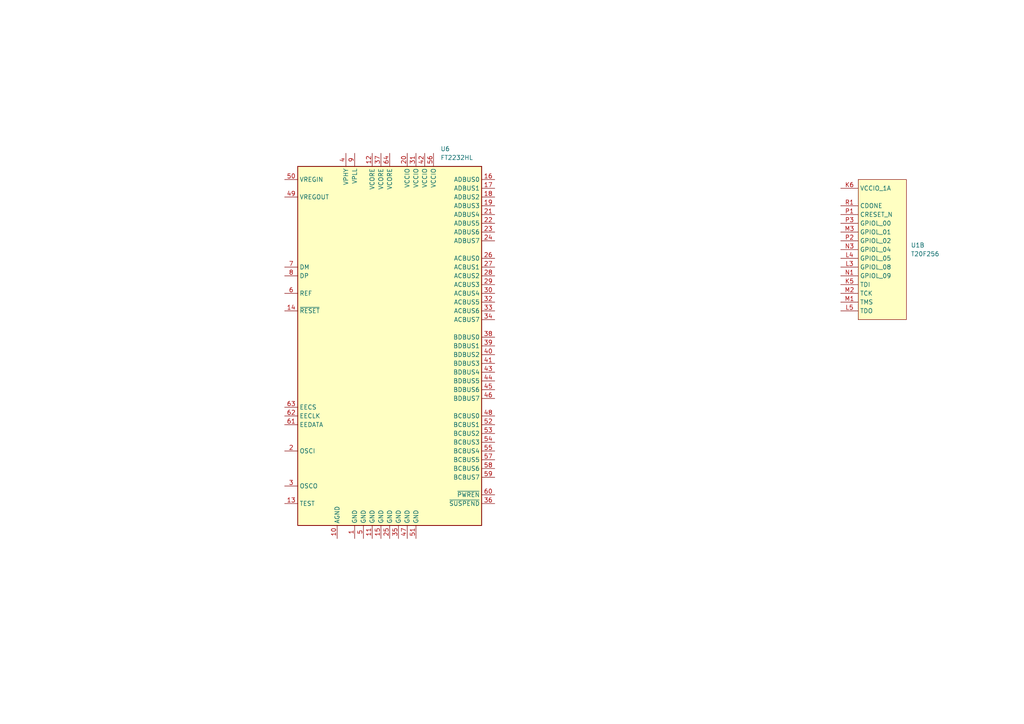
<source format=kicad_sch>
(kicad_sch (version 20211123) (generator eeschema)
  (paper "A4")
  (lib_symbols
    (symbol "IC:T20F256"
      (property "Reference" "U" (at -5.08 1.27 0))
      (property "Value" "T20F256" (at -5.08 1.27 0))
      (symbol "T20F256_1_1"
        (rectangle (start -6.35 -2.54) (end 6.35 -21.59) (fill (type background)))
        (pin power_in line (at -11.43 -19.05 0) (length 5.08) (name "GND") (number "A1"))
        (pin power_in line (at -11.43 -19.05 0) (length 5.08) hide (name "GND") (number "A12"))
        (pin power_in line (at -11.43 -19.05 0) (length 5.08) hide (name "GND") (number "A16"))
        (pin power_in line (at -11.43 -19.05 0) (length 5.08) hide (name "GND") (number "A5"))
        (pin power_in line (at -11.43 -19.05 0) (length 5.08) hide (name "GND") (number "D15"))
        (pin power_in line (at -11.43 -19.05 0) (length 5.08) hide (name "GND") (number "D2"))
        (pin power_in line (at -11.43 -15.24 0) (length 5.08) hide (name "VCC") (number "E9"))
        (pin power_in line (at -11.43 -5.08 0) (length 5.08) (name "VCCA_TL") (number "F7"))
        (pin power_in line (at -11.43 -15.24 0) (length 5.08) hide (name "VCC") (number "F8"))
        (pin power_in line (at -11.43 -15.24 0) (length 5.08) hide (name "VCC") (number "F9"))
        (pin power_in line (at -11.43 -19.05 0) (length 5.08) hide (name "GND") (number "G10"))
        (pin power_in line (at -11.43 -7.62 0) (length 5.08) (name "VCCA_TR") (number "G11"))
        (pin power_in line (at -11.43 -19.05 0) (length 5.08) hide (name "GND") (number "G7"))
        (pin power_in line (at -11.43 -19.05 0) (length 5.08) hide (name "GND") (number "G8"))
        (pin power_in line (at -11.43 -19.05 0) (length 5.08) hide (name "GND") (number "G9"))
        (pin power_in line (at -11.43 -19.05 0) (length 5.08) hide (name "GND") (number "H10"))
        (pin power_in line (at -11.43 -19.05 0) (length 5.08) hide (name "GND") (number "H11"))
        (pin power_in line (at -11.43 -19.05 0) (length 5.08) hide (name "GND") (number "H8"))
        (pin power_in line (at -11.43 -19.05 0) (length 5.08) hide (name "GND") (number "H9"))
        (pin power_in line (at -11.43 -19.05 0) (length 5.08) hide (name "GND") (number "J1"))
        (pin power_in line (at -11.43 -19.05 0) (length 5.08) hide (name "GND") (number "J16"))
        (pin power_in line (at -11.43 -15.24 0) (length 5.08) (name "VCC") (number "J6"))
        (pin power_in line (at -11.43 -15.24 0) (length 5.08) hide (name "VCC") (number "J7"))
        (pin power_in line (at -11.43 -19.05 0) (length 5.08) hide (name "GND") (number "J8"))
        (pin power_in line (at -11.43 -19.05 0) (length 5.08) hide (name "GND") (number "J9"))
        (pin power_in line (at -11.43 -19.05 0) (length 5.08) hide (name "GND") (number "K10"))
        (pin power_in line (at -11.43 -10.16 0) (length 5.08) (name "VCCA_BR") (number "K11"))
        (pin power_in line (at -11.43 -19.05 0) (length 5.08) hide (name "GND") (number "K7"))
        (pin power_in line (at -11.43 -19.05 0) (length 5.08) hide (name "GND") (number "K8"))
        (pin power_in line (at -11.43 -15.24 0) (length 5.08) hide (name "VCC") (number "K9"))
        (pin power_in line (at -11.43 -19.05 0) (length 5.08) hide (name "GND") (number "L8"))
        (pin power_in line (at -11.43 -19.05 0) (length 5.08) hide (name "GND") (number "L9"))
        (pin power_in line (at -11.43 -19.05 0) (length 5.08) hide (name "GND") (number "N15"))
        (pin power_in line (at -11.43 -19.05 0) (length 5.08) hide (name "GND") (number "N2"))
        (pin power_in line (at -11.43 -19.05 0) (length 5.08) hide (name "GND") (number "R10"))
        (pin power_in line (at -11.43 -19.05 0) (length 5.08) hide (name "GND") (number "R7"))
        (pin power_in line (at -11.43 -19.05 0) (length 5.08) hide (name "GND") (number "T1"))
        (pin power_in line (at -11.43 -19.05 0) (length 5.08) hide (name "GND") (number "T13"))
        (pin power_in line (at -11.43 -19.05 0) (length 5.08) hide (name "GND") (number "T16"))
        (pin power_in line (at -11.43 -19.05 0) (length 5.08) hide (name "GND") (number "T4"))
      )
      (symbol "T20F256_2_1"
        (rectangle (start -6.35 -1.27) (end 7.62 -41.91) (fill (type background)))
        (pin input line (at -11.43 -31.75 0) (length 5.08) (name "TDI") (number "K5"))
        (pin power_in line (at -11.43 -3.81 0) (length 5.08) (name "VCCIO_1A") (number "K6"))
        (pin bidirectional line (at -11.43 -26.67 0) (length 5.08) (name "GPIOL_08") (number "L3"))
        (pin bidirectional line (at -11.43 -24.13 0) (length 5.08) (name "GPIOL_05") (number "L4"))
        (pin output line (at -11.43 -39.37 0) (length 5.08) (name "TDO") (number "L5"))
        (pin input line (at -11.43 -36.83 0) (length 5.08) (name "TMS") (number "M1"))
        (pin input line (at -11.43 -34.29 0) (length 5.08) (name "TCK") (number "M2"))
        (pin bidirectional line (at -11.43 -16.51 0) (length 5.08) (name "GPIOL_01") (number "M3"))
        (pin bidirectional line (at -11.43 -29.21 0) (length 5.08) (name "GPIOL_09") (number "N1"))
        (pin bidirectional line (at -11.43 -21.59 0) (length 5.08) (name "GPIOL_04") (number "N3"))
        (pin input line (at -11.43 -11.43 0) (length 5.08) (name "CRESET_N") (number "P1"))
        (pin bidirectional line (at -11.43 -19.05 0) (length 5.08) (name "GPIOL_02") (number "P2"))
        (pin bidirectional line (at -11.43 -13.97 0) (length 5.08) (name "GPIOL_00") (number "P3"))
        (pin bidirectional line (at -11.43 -8.89 0) (length 5.08) (name "CDONE") (number "R1"))
      )
      (symbol "T20F256_3_1"
        (rectangle (start -7.62 -8.89) (end 6.35 -99.06) (fill (type background)))
        (pin bidirectional line (at -12.7 -73.66 0) (length 5.08) (name "GPIOL_33") (number "C1"))
        (pin bidirectional line (at -12.7 -91.44 0) (length 5.08) (name "GPIOL_41") (number "C2"))
        (pin bidirectional line (at -12.7 -81.28 0) (length 5.08) (name "GPIOL_36") (number "D1"))
        (pin bidirectional line (at -12.7 -83.82 0) (length 5.08) (name "GPIOL_37") (number "E1"))
        (pin bidirectional line (at -12.7 -76.2 0) (length 5.08) (name "GPIOL_34") (number "E2"))
        (pin bidirectional line (at -12.7 -86.36 0) (length 5.08) (name "GPIOL_39") (number "E3"))
        (pin bidirectional line (at -12.7 -66.04 0) (length 5.08) (name "GPIOL_30") (number "F1"))
        (pin bidirectional line (at -12.7 -71.12 0) (length 5.08) (name "GPIOL_32") (number "F2"))
        (pin bidirectional line (at -12.7 -78.74 0) (length 5.08) (name "GPIOL_35") (number "F3"))
        (pin bidirectional line (at -12.7 -96.52 0) (length 5.08) (name "GPIOL_43") (number "F4"))
        (pin bidirectional line (at -12.7 -88.9 0) (length 5.08) (name "GPIOL_40") (number "F5"))
        (pin bidirectional line (at -12.7 -68.58 0) (length 5.08) (name "GPIOL_31") (number "G1"))
        (pin bidirectional line (at -12.7 -63.5 0) (length 5.08) (name "GPIOL_29") (number "G2"))
        (pin bidirectional line (at -12.7 -58.42 0) (length 5.08) (name "GPIOL_27") (number "G3"))
        (pin bidirectional line (at -12.7 -93.98 0) (length 5.08) (name "GPIOL_42") (number "G4"))
        (pin bidirectional line (at -12.7 -60.96 0) (length 5.08) (name "GPIOL_28") (number "G5"))
        (pin bidirectional line (at -12.7 -45.72 0) (length 5.08) (name "GPIOL_22") (number "H1"))
        (pin bidirectional line (at -12.7 -53.34 0) (length 5.08) (name "GPIOL_25") (number "H2"))
        (pin bidirectional line (at -12.7 -50.8 0) (length 5.08) (name "GPIOL_24") (number "H3"))
        (pin bidirectional line (at -12.7 -55.88 0) (length 5.08) (name "GPIOL_26") (number "H4"))
        (pin bidirectional line (at -12.7 -43.18 0) (length 5.08) (name "GPIOL_21") (number "H5"))
        (pin power_in line (at -12.7 -13.97 0) (length 5.08) (name "VCCIO_1B_1C") (number "H6"))
        (pin power_in line (at -12.7 -11.43 0) (length 5.08) (name "VCCIO_1B_1C") (number "H7"))
        (pin bidirectional line (at -12.7 -40.64 0) (length 5.08) (name "GPIOL_20") (number "J2"))
        (pin bidirectional line (at -12.7 -33.02 0) (length 5.08) (name "GPIOL_16") (number "J3"))
        (pin bidirectional line (at -12.7 -27.94 0) (length 5.08) (name "GPIOL_14") (number "J4"))
        (pin bidirectional line (at -12.7 -20.32 0) (length 5.08) (name "GPIOL_11") (number "J5"))
        (pin bidirectional line (at -12.7 -35.56 0) (length 5.08) (name "GPIOL_18") (number "K1"))
        (pin bidirectional line (at -12.7 -38.1 0) (length 5.08) (name "GPIOL_19") (number "K2"))
        (pin bidirectional line (at -12.7 -30.48 0) (length 5.08) (name "GPIOL_15") (number "K3"))
        (pin bidirectional line (at -12.7 -22.86 0) (length 5.08) (name "GPIOL_12") (number "K4"))
        (pin bidirectional line (at -12.7 -48.26 0) (length 5.08) (name "GPIOL_23") (number "L1"))
        (pin bidirectional line (at -12.7 -25.4 0) (length 5.08) (name "GPIOL_13") (number "L2"))
      )
      (symbol "T20F256_4_1"
        (rectangle (start -2.54 -1.27) (end 15.24 -92.71) (fill (type background)))
        (pin bidirectional line (at -7.62 -26.67 0) (length 5.08) (name "GPIOL_50") (number "A2"))
        (pin bidirectional line (at -7.62 -44.45 0) (length 5.08) (name "GPIOL_57") (number "A3"))
        (pin bidirectional line (at -7.62 -49.53 0) (length 5.08) (name "GPIOL_59") (number "A4"))
        (pin bidirectional line (at -7.62 -64.77 0) (length 5.08) (name "GPIOL_65") (number "A6"))
        (pin bidirectional line (at -7.62 -57.15 0) (length 5.08) (name "GPIOL_62") (number "A7"))
        (pin bidirectional line (at -7.62 -67.31 0) (length 5.08) (name "GPIOL_66") (number "A8"))
        (pin bidirectional line (at -7.62 -11.43 0) (length 5.08) (name "GPIOL_44") (number "B1"))
        (pin bidirectional line (at -7.62 -13.97 0) (length 5.08) (name "GPIOL_45") (number "B2"))
        (pin bidirectional line (at -7.62 -31.75 0) (length 5.08) (name "GPIOL_52") (number "B3"))
        (pin bidirectional line (at -7.62 -34.29 0) (length 5.08) (name "GPIOL_53") (number "B4"))
        (pin bidirectional line (at -7.62 -54.61 0) (length 5.08) (name "GPIOL_61") (number "B5"))
        (pin bidirectional line (at -7.62 -62.23 0) (length 5.08) (name "GPIOL_64") (number "B6"))
        (pin bidirectional line (at -7.62 -59.69 0) (length 5.08) (name "GPIOL_63") (number "B7"))
        (pin bidirectional line (at -7.62 -80.01 0) (length 5.08) (name "GPIOL_71") (number "B8"))
        (pin bidirectional line (at -7.62 -21.59 0) (length 5.08) (name "GPIOL_48") (number "C3"))
        (pin bidirectional line (at -7.62 -29.21 0) (length 5.08) (name "GPIOL_51") (number "C4"))
        (pin bidirectional line (at -7.62 -69.85 0) (length 5.08) (name "GPIOL_67") (number "C5"))
        (pin bidirectional line (at -7.62 -46.99 0) (length 5.08) (name "GPIOL_58") (number "C6"))
        (pin bidirectional line (at -7.62 -77.47 0) (length 5.08) (name "GPIOL_70") (number "C7"))
        (pin bidirectional line (at -7.62 -82.55 0) (length 5.08) (name "GPIOL_72") (number "C8"))
        (pin bidirectional line (at -7.62 -16.51 0) (length 5.08) (name "GPIOL_46") (number "D3"))
        (pin bidirectional line (at -7.62 -19.05 0) (length 5.08) (name "GPIOL_47") (number "D4"))
        (pin bidirectional line (at -7.62 -24.13 0) (length 5.08) (name "GPIOL_49") (number "D5"))
        (pin bidirectional line (at -7.62 -36.83 0) (length 5.08) (name "GPIOL_54") (number "D6"))
        (pin bidirectional line (at -7.62 -74.93 0) (length 5.08) (name "GPIOL_69") (number "D7"))
        (pin bidirectional line (at -7.62 -85.09 0) (length 5.08) (name "GPIOL_73") (number "D8"))
        (pin bidirectional line (at -7.62 -87.63 0) (length 5.08) (name "GPIOL_74") (number "D9"))
        (pin bidirectional line (at -7.62 -39.37 0) (length 5.08) (name "GPIOL_55") (number "E4"))
        (pin bidirectional line (at -7.62 -52.07 0) (length 5.08) (name "GPIOL_60") (number "E5"))
        (pin bidirectional line (at -7.62 -41.91 0) (length 5.08) (name "GPIOL_56") (number "E6"))
        (pin bidirectional line (at -7.62 -72.39 0) (length 5.08) (name "GPIOL_68") (number "E7"))
        (pin bidirectional line (at -7.62 -90.17 0) (length 5.08) (name "GPIOL_75") (number "E8"))
        (pin power_in line (at -7.62 -3.81 0) (length 5.08) (name "VCCIO_1D_1E") (number "F6"))
        (pin power_in line (at -7.62 -6.35 0) (length 5.08) (name "VCCIO_1D_1E") (number "G6"))
      )
      (symbol "T20F256_5_1"
        (rectangle (start -3.81 -1.27) (end 13.97 -118.11) (fill (type background)))
        (pin bidirectional line (at -8.89 -21.59 0) (length 5.08) (name "GPIOR_79") (number "A10"))
        (pin bidirectional line (at -8.89 -34.29 0) (length 5.08) (name "GPIOR_84") (number "A11"))
        (pin bidirectional line (at -8.89 -62.23 0) (length 5.08) (name "GPIOR_95") (number "A13"))
        (pin bidirectional line (at -8.89 -49.53 0) (length 5.08) (name "GPIOR_90") (number "A14"))
        (pin bidirectional line (at -8.89 -59.69 0) (length 5.08) (name "GPIOR_94") (number "A15"))
        (pin bidirectional line (at -8.89 -19.05 0) (length 5.08) (name "GPIOR_78") (number "A9"))
        (pin bidirectional line (at -8.89 -29.21 0) (length 5.08) (name "GPIOR_82") (number "B10"))
        (pin bidirectional line (at -8.89 -31.75 0) (length 5.08) (name "GPIOR_83") (number "B11"))
        (pin bidirectional line (at -8.89 -57.15 0) (length 5.08) (name "GPIOR_93") (number "B12"))
        (pin bidirectional line (at -8.89 -64.77 0) (length 5.08) (name "GPIOR_97") (number "B13"))
        (pin bidirectional line (at -8.89 -54.61 0) (length 5.08) (name "GPIOR_92") (number "B14"))
        (pin bidirectional line (at -8.89 -67.31 0) (length 5.08) (name "GPIOR_98") (number "B15"))
        (pin bidirectional line (at -8.89 -82.55 0) (length 5.08) (name "GPIOR_106") (number "B16"))
        (pin bidirectional line (at -8.89 -24.13 0) (length 5.08) (name "GPIOR_80") (number "B9"))
        (pin bidirectional line (at -8.89 -26.67 0) (length 5.08) (name "GPIOR_81") (number "C10"))
        (pin bidirectional line (at -8.89 -39.37 0) (length 5.08) (name "GPIOR_86") (number "C11"))
        (pin bidirectional line (at -8.89 -36.83 0) (length 5.08) (name "GPIOR_85") (number "C12"))
        (pin bidirectional line (at -8.89 -69.85 0) (length 5.08) (name "GPIOR_99") (number "C13"))
        (pin bidirectional line (at -8.89 -72.39 0) (length 5.08) (name "GPIOR_102") (number "C14"))
        (pin bidirectional line (at -8.89 -92.71 0) (length 5.08) (name "GPIOR_112") (number "C15"))
        (pin bidirectional line (at -8.89 -85.09 0) (length 5.08) (name "GPIOR_108") (number "C16"))
        (pin bidirectional line (at -8.89 -13.97 0) (length 5.08) (name "GPIOR_76") (number "C9"))
        (pin bidirectional line (at -8.89 -16.51 0) (length 5.08) (name "GPIOR_77") (number "D10"))
        (pin bidirectional line (at -8.89 -41.91 0) (length 5.08) (name "GPIOR_87") (number "D11"))
        (pin bidirectional line (at -8.89 -46.99 0) (length 5.08) (name "GPIOR_89") (number "D12"))
        (pin bidirectional line (at -8.89 -74.93 0) (length 5.08) (name "GPIOR_103") (number "D13"))
        (pin bidirectional line (at -8.89 -77.47 0) (length 5.08) (name "GPIOR_104") (number "D14"))
        (pin bidirectional line (at -8.89 -97.79 0) (length 5.08) (name "GPIOR_116") (number "D16"))
        (pin power_in line (at -8.89 -3.81 0) (length 5.08) (name "VCCIO_3A_3B_3C") (number "E10"))
        (pin bidirectional line (at -8.89 -44.45 0) (length 5.08) (name "GPIOR_88") (number "E11"))
        (pin bidirectional line (at -8.89 -52.07 0) (length 5.08) (name "GPIOR_91") (number "E12"))
        (pin bidirectional line (at -8.89 -80.01 0) (length 5.08) (name "GPIOR_105") (number "E13"))
        (pin bidirectional line (at -8.89 -87.63 0) (length 5.08) (name "GPIOR_110") (number "E14"))
        (pin bidirectional line (at -8.89 -107.95 0) (length 5.08) (name "GPIOR_120") (number "E15"))
        (pin bidirectional line (at -8.89 -105.41 0) (length 5.08) (name "GPIOR_119") (number "E16"))
        (pin power_in line (at -8.89 -6.35 0) (length 5.08) (name "VCCIO_3A_3B_3C") (number "F10"))
        (pin power_in line (at -8.89 -8.89 0) (length 5.08) (name "VCCIO_3A_3B_3C") (number "F11"))
        (pin bidirectional line (at -8.89 -90.17 0) (length 5.08) (name "GPIOR_111") (number "F12"))
        (pin bidirectional line (at -8.89 -95.25 0) (length 5.08) (name "GPIOR_113") (number "F13"))
        (pin bidirectional line (at -8.89 -102.87 0) (length 5.08) (name "GPIOR_118") (number "F14"))
        (pin bidirectional line (at -8.89 -113.03 0) (length 5.08) (name "GPIOR_122") (number "F15"))
        (pin bidirectional line (at -8.89 -115.57 0) (length 5.08) (name "GPIOR_123") (number "F16"))
        (pin bidirectional line (at -8.89 -110.49 0) (length 5.08) (name "GPIOR_121") (number "G12"))
        (pin bidirectional line (at -8.89 -100.33 0) (length 5.08) (name "GPIOR_117") (number "G13"))
      )
      (symbol "T20F256_6_1"
        (rectangle (start -7.62 -88.9) (end 10.16 -2.54) (fill (type background)))
        (pin bidirectional line (at -12.7 -20.32 0) (length 5.08) (name "GPIOR_127") (number "G14"))
        (pin bidirectional line (at -12.7 -12.7 0) (length 5.08) (name "GPIOR_124") (number "G15"))
        (pin bidirectional line (at -12.7 -17.78 0) (length 5.08) (name "GPIOR_126") (number "G16"))
        (pin bidirectional line (at -12.7 -45.72 0) (length 5.08) (name "GPIOR_139") (number "H12"))
        (pin bidirectional line (at -12.7 -15.24 0) (length 5.08) (name "GPIOR_125") (number "H13"))
        (pin bidirectional line (at -12.7 -22.86 0) (length 5.08) (name "GPIOR_128") (number "H14"))
        (pin bidirectional line (at -12.7 -25.4 0) (length 5.08) (name "GPIOR_129") (number "H15"))
        (pin bidirectional line (at -12.7 -27.94 0) (length 5.08) (name "GPIOR_130") (number "H16"))
        (pin power_in line (at -12.7 -5.08 0) (length 5.08) (name "VCCIO_3D_3E") (number "J10"))
        (pin power_in line (at -12.7 -7.62 0) (length 5.08) (name "VCCIO_3D_3E") (number "J11"))
        (pin bidirectional line (at -12.7 -48.26 0) (length 5.08) (name "GPIOR_141") (number "J12"))
        (pin bidirectional line (at -12.7 -35.56 0) (length 5.08) (name "GPIOR_133") (number "J13"))
        (pin bidirectional line (at -12.7 -38.1 0) (length 5.08) (name "GPIOR_135") (number "J14"))
        (pin bidirectional line (at -12.7 -30.48 0) (length 5.08) (name "GPIOR_131") (number "J15"))
        (pin bidirectional line (at -12.7 -63.5 0) (length 5.08) (name "GPIOR_148") (number "K12"))
        (pin bidirectional line (at -12.7 -71.12 0) (length 5.08) (name "GPIOR_151") (number "K13"))
        (pin bidirectional line (at -12.7 -43.18 0) (length 5.08) (name "GPIOR_138") (number "K14"))
        (pin bidirectional line (at -12.7 -40.64 0) (length 5.08) (name "GPIOR_136") (number "K15"))
        (pin bidirectional line (at -12.7 -33.02 0) (length 5.08) (name "GPIOR_132") (number "K16"))
        (pin bidirectional line (at -12.7 -86.36 0) (length 5.08) (name "GPIOR_158") (number "L12"))
        (pin bidirectional line (at -12.7 -83.82 0) (length 5.08) (name "GPIOR_157") (number "L13"))
        (pin bidirectional line (at -12.7 -68.58 0) (length 5.08) (name "GPIOR_150") (number "L14"))
        (pin bidirectional line (at -12.7 -60.96 0) (length 5.08) (name "GPIOR_147") (number "L15"))
        (pin bidirectional line (at -12.7 -50.8 0) (length 5.08) (name "GPIOR_143") (number "L16"))
        (pin bidirectional line (at -12.7 -81.28 0) (length 5.08) (name "GPIOR_156") (number "M14"))
        (pin bidirectional line (at -12.7 -53.34 0) (length 5.08) (name "GPIOR_144") (number "M15"))
        (pin bidirectional line (at -12.7 -55.88 0) (length 5.08) (name "GPIOR_145") (number "M16"))
        (pin bidirectional line (at -12.7 -73.66 0) (length 5.08) (name "GPIOR_153") (number "N14"))
        (pin bidirectional line (at -12.7 -76.2 0) (length 5.08) (name "GPIOR_154") (number "N16"))
        (pin bidirectional line (at -12.7 -78.74 0) (length 5.08) (name "GPIOR_155") (number "P15"))
        (pin bidirectional line (at -12.7 -58.42 0) (length 5.08) (name "GPIOR_146") (number "P16"))
        (pin bidirectional line (at -12.7 -66.04 0) (length 5.08) (name "GPIOR_149") (number "R16"))
      )
      (symbol "T20F256_7_1"
        (rectangle (start -7.62 -2.54) (end 10.16 -83.82) (fill (type background)))
        (pin power_in line (at -12.7 -7.62 0) (length 5.08) (name "VCCIO_4A") (number "L10"))
        (pin power_in line (at -12.7 -5.08 0) (length 5.08) (name "VCCIO_4A") (number "L11"))
        (pin bidirectional line (at -12.7 -55.88 0) (length 5.08) (name "GPIOB_RXP05") (number "M10"))
        (pin bidirectional line (at -12.7 -53.34 0) (length 5.08) (name "GPIOB_RXN05") (number "M11"))
        (pin input line (at -12.7 -12.7 0) (length 5.08) (name "GPIOB_CLKP0") (number "M12"))
        (pin input line (at -12.7 -15.24 0) (length 5.08) (name "GPIOB_CLKN0") (number "M13"))
        (pin bidirectional line (at -12.7 -73.66 0) (length 5.08) (name "GPIOB_RXN01") (number "M9"))
        (pin bidirectional line (at -12.7 -63.5 0) (length 5.08) (name "GPIOB_RXN03") (number "N10"))
        (pin bidirectional line (at -12.7 -50.8 0) (length 5.08) (name "GPIOB_RXP06") (number "N11"))
        (pin bidirectional line (at -12.7 -27.94 0) (length 5.08) (name "GPIOB_RXN10") (number "N12"))
        (pin bidirectional line (at -12.7 -17.78 0) (length 5.08) (name "GPIOB_RXN12") (number "N13"))
        (pin bidirectional line (at -12.7 -76.2 0) (length 5.08) (name "GPIOB_RXP01") (number "N9"))
        (pin bidirectional line (at -12.7 -66.04 0) (length 5.08) (name "GPIOB_RXP03") (number "P10"))
        (pin bidirectional line (at -12.7 -48.26 0) (length 5.08) (name "GPIOB_RXN06") (number "P11"))
        (pin bidirectional line (at -12.7 -30.48 0) (length 5.08) (name "GPIOB_RXP10") (number "P12"))
        (pin bidirectional line (at -12.7 -38.1 0) (length 5.08) (name "GPIOB_RXN08") (number "P13"))
        (pin bidirectional line (at -12.7 -20.32 0) (length 5.08) (name "GPIOB_RXP12") (number "P14"))
        (pin bidirectional line (at -12.7 -78.74 0) (length 5.08) (name "GPIOB_RXP00") (number "P9"))
        (pin bidirectional line (at -12.7 -58.42 0) (length 5.08) (name "GPIOB_RXN04") (number "R11"))
        (pin bidirectional line (at -12.7 -43.18 0) (length 5.08) (name "GPIOB_RXN07") (number "R12"))
        (pin bidirectional line (at -12.7 -40.64 0) (length 5.08) (name "GPIOB_RXP08") (number "R13"))
        (pin bidirectional line (at -12.7 -33.02 0) (length 5.08) (name "GPIOB_RXN09") (number "R14"))
        (pin bidirectional line (at -12.7 -22.86 0) (length 5.08) (name "GPIOB_RXN11") (number "R15"))
        (pin bidirectional line (at -12.7 -81.28 0) (length 5.08) (name "GPIOB_RXN00") (number "R9"))
        (pin bidirectional line (at -12.7 -68.58 0) (length 5.08) (name "GPIOB_RXN02") (number "T10"))
        (pin bidirectional line (at -12.7 -60.96 0) (length 5.08) (name "GPIOB_RXP04") (number "T11"))
        (pin bidirectional line (at -12.7 -45.72 0) (length 5.08) (name "GPIOB_RXP07") (number "T12"))
        (pin bidirectional line (at -12.7 -35.56 0) (length 5.08) (name "GPIOB_RXP09") (number "T14"))
        (pin bidirectional line (at -12.7 -25.4 0) (length 5.08) (name "GPIOB_RXP11") (number "T15"))
        (pin bidirectional line (at -12.7 -71.12 0) (length 5.08) (name "GPIOB_RXP02") (number "T9"))
      )
      (symbol "T20F256_8_1"
        (rectangle (start -7.62 -2.54) (end 10.16 -82.55) (fill (type background)))
        (pin power_in line (at -12.7 -7.62 0) (length 5.08) (name "VCCIO_4B") (number "L6"))
        (pin power_in line (at -12.7 -5.08 0) (length 5.08) (name "VCCIO_4B") (number "L7"))
        (pin bidirectional line (at -12.7 -76.2 0) (length 5.08) (name "GPIOB_TXP00") (number "M4"))
        (pin bidirectional line (at -12.7 -73.66 0) (length 5.08) (name "GPIOB_TXN00") (number "M5"))
        (pin bidirectional line (at -12.7 -48.26 0) (length 5.08) (name "GPIOB_TXP05") (number "M6"))
        (pin bidirectional line (at -12.7 -50.8 0) (length 5.08) (name "GPIOB_TXN05") (number "M7"))
        (pin bidirectional line (at -12.7 -20.32 0) (length 5.08) (name "GPIOB_TXP11") (number "M8"))
        (pin bidirectional line (at -12.7 -71.12 0) (length 5.08) (name "GPIOB_TXP01") (number "N4"))
        (pin bidirectional line (at -12.7 -55.88 0) (length 5.08) (name "GPIOB_TXP04") (number "N5"))
        (pin bidirectional line (at -12.7 -45.72 0) (length 5.08) (name "GPIOB_TXP06") (number "N6"))
        (pin bidirectional line (at -12.7 -30.48 0) (length 5.08) (name "GPIOB_TXP09") (number "N7"))
        (pin bidirectional line (at -12.7 -17.78 0) (length 5.08) (name "GPIOB_TXN11") (number "N8"))
        (pin bidirectional line (at -12.7 -68.58 0) (length 5.08) (name "GPIOB_TXN01") (number "P4"))
        (pin bidirectional line (at -12.7 -53.34 0) (length 5.08) (name "GPIOB_TXN04") (number "P5"))
        (pin bidirectional line (at -12.7 -43.18 0) (length 5.08) (name "GPIOB_TXN06") (number "P6"))
        (pin bidirectional line (at -12.7 -27.94 0) (length 5.08) (name "GPIOB_TXN09") (number "P7"))
        (pin bidirectional line (at -12.7 -12.7 0) (length 5.08) (name "GPIOB_TXN12") (number "P8"))
        (pin power_out line (at -12.7 -78.74 0) (length 5.08) (name "REF_RES") (number "R2"))
        (pin bidirectional line (at -12.7 -66.04 0) (length 5.08) (name "GPIOB_TXP02") (number "R3"))
        (pin bidirectional line (at -12.7 -63.5 0) (length 5.08) (name "GPIOB_TXN02") (number "R4"))
        (pin bidirectional line (at -12.7 -40.64 0) (length 5.08) (name "GPIOB_TXP07") (number "R5"))
        (pin bidirectional line (at -12.7 -35.56 0) (length 5.08) (name "GPIOB_TXP08") (number "R6"))
        (pin bidirectional line (at -12.7 -15.24 0) (length 5.08) (name "GPIOB_TXP12") (number "R8"))
        (pin bidirectional line (at -12.7 -60.96 0) (length 5.08) (name "GPIOB_TXP03") (number "T2"))
        (pin bidirectional line (at -12.7 -58.42 0) (length 5.08) (name "GPIOB_TXN03") (number "T3"))
        (pin bidirectional line (at -12.7 -38.1 0) (length 5.08) (name "GPIOB_TXN07") (number "T5"))
        (pin bidirectional line (at -12.7 -33.02 0) (length 5.08) (name "GPIOB_TXN08") (number "T6"))
        (pin bidirectional line (at -12.7 -22.86 0) (length 5.08) (name "GPIOB_TXN10") (number "T7"))
        (pin bidirectional line (at -12.7 -25.4 0) (length 5.08) (name "GPIOB_TXP10") (number "T8"))
      )
    )
    (symbol "Interface_USB:FT2232HL"
      (property "Reference" "U" (at -26.67 53.34 0))
      (property "Value" "FT2232HL" (at 19.05 53.34 0))
      (symbol "FT2232HL_0_1"
        (rectangle (start -26.67 -52.07) (end 26.67 52.07) (stroke (width 0.254)) (fill (type background)))
      )
      (symbol "FT2232HL_1_1"
        (pin power_in line (at -10.16 -55.88 90) (length 3.81) (name "GND") (number "1"))
        (pin power_in line (at -15.24 -55.88 90) (length 3.81) (name "AGND") (number "10"))
        (pin power_in line (at -5.08 -55.88 90) (length 3.81) (name "GND") (number "11"))
        (pin power_in line (at -5.08 55.88 270) (length 3.81) (name "VCORE") (number "12"))
        (pin input line (at -30.48 -45.72 0) (length 3.81) (name "TEST") (number "13"))
        (pin input line (at -30.48 10.16 0) (length 3.81) (name "~{RESET}") (number "14"))
        (pin power_in line (at -2.54 -55.88 90) (length 3.81) (name "GND") (number "15"))
        (pin bidirectional line (at 30.48 48.26 180) (length 3.81) (name "ADBUS0") (number "16"))
        (pin bidirectional line (at 30.48 45.72 180) (length 3.81) (name "ADBUS1") (number "17"))
        (pin bidirectional line (at 30.48 43.18 180) (length 3.81) (name "ADBUS2") (number "18"))
        (pin bidirectional line (at 30.48 40.64 180) (length 3.81) (name "ADBUS3") (number "19"))
        (pin input line (at -30.48 -30.48 0) (length 3.81) (name "OSCI") (number "2"))
        (pin power_in line (at 5.08 55.88 270) (length 3.81) (name "VCCIO") (number "20"))
        (pin bidirectional line (at 30.48 38.1 180) (length 3.81) (name "ADBUS4") (number "21"))
        (pin bidirectional line (at 30.48 35.56 180) (length 3.81) (name "ADBUS5") (number "22"))
        (pin bidirectional line (at 30.48 33.02 180) (length 3.81) (name "ADBUS6") (number "23"))
        (pin bidirectional line (at 30.48 30.48 180) (length 3.81) (name "ADBUS7") (number "24"))
        (pin power_in line (at 0 -55.88 90) (length 3.81) (name "GND") (number "25"))
        (pin bidirectional line (at 30.48 25.4 180) (length 3.81) (name "ACBUS0") (number "26"))
        (pin bidirectional line (at 30.48 22.86 180) (length 3.81) (name "ACBUS1") (number "27"))
        (pin bidirectional line (at 30.48 20.32 180) (length 3.81) (name "ACBUS2") (number "28"))
        (pin bidirectional line (at 30.48 17.78 180) (length 3.81) (name "ACBUS3") (number "29"))
        (pin output line (at -30.48 -40.64 0) (length 3.81) (name "OSCO") (number "3"))
        (pin bidirectional line (at 30.48 15.24 180) (length 3.81) (name "ACBUS4") (number "30"))
        (pin power_in line (at 7.62 55.88 270) (length 3.81) (name "VCCIO") (number "31"))
        (pin bidirectional line (at 30.48 12.7 180) (length 3.81) (name "ACBUS5") (number "32"))
        (pin bidirectional line (at 30.48 10.16 180) (length 3.81) (name "ACBUS6") (number "33"))
        (pin bidirectional line (at 30.48 7.62 180) (length 3.81) (name "ACBUS7") (number "34"))
        (pin power_in line (at 2.54 -55.88 90) (length 3.81) (name "GND") (number "35"))
        (pin output line (at 30.48 -45.72 180) (length 3.81) (name "~{SUSPEND}") (number "36"))
        (pin power_in line (at -2.54 55.88 270) (length 3.81) (name "VCORE") (number "37"))
        (pin bidirectional line (at 30.48 2.54 180) (length 3.81) (name "BDBUS0") (number "38"))
        (pin bidirectional line (at 30.48 0 180) (length 3.81) (name "BDBUS1") (number "39"))
        (pin power_in line (at -12.7 55.88 270) (length 3.81) (name "VPHY") (number "4"))
        (pin bidirectional line (at 30.48 -2.54 180) (length 3.81) (name "BDBUS2") (number "40"))
        (pin bidirectional line (at 30.48 -5.08 180) (length 3.81) (name "BDBUS3") (number "41"))
        (pin power_in line (at 10.16 55.88 270) (length 3.81) (name "VCCIO") (number "42"))
        (pin bidirectional line (at 30.48 -7.62 180) (length 3.81) (name "BDBUS4") (number "43"))
        (pin bidirectional line (at 30.48 -10.16 180) (length 3.81) (name "BDBUS5") (number "44"))
        (pin bidirectional line (at 30.48 -12.7 180) (length 3.81) (name "BDBUS6") (number "45"))
        (pin bidirectional line (at 30.48 -15.24 180) (length 3.81) (name "BDBUS7") (number "46"))
        (pin power_in line (at 5.08 -55.88 90) (length 3.81) (name "GND") (number "47"))
        (pin bidirectional line (at 30.48 -20.32 180) (length 3.81) (name "BCBUS0") (number "48"))
        (pin power_out line (at -30.48 43.18 0) (length 3.81) (name "VREGOUT") (number "49"))
        (pin power_in line (at -7.62 -55.88 90) (length 3.81) (name "GND") (number "5"))
        (pin power_in line (at -30.48 48.26 0) (length 3.81) (name "VREGIN") (number "50"))
        (pin power_in line (at 7.62 -55.88 90) (length 3.81) (name "GND") (number "51"))
        (pin bidirectional line (at 30.48 -22.86 180) (length 3.81) (name "BCBUS1") (number "52"))
        (pin bidirectional line (at 30.48 -25.4 180) (length 3.81) (name "BCBUS2") (number "53"))
        (pin bidirectional line (at 30.48 -27.94 180) (length 3.81) (name "BCBUS3") (number "54"))
        (pin bidirectional line (at 30.48 -30.48 180) (length 3.81) (name "BCBUS4") (number "55"))
        (pin power_in line (at 12.7 55.88 270) (length 3.81) (name "VCCIO") (number "56"))
        (pin bidirectional line (at 30.48 -33.02 180) (length 3.81) (name "BCBUS5") (number "57"))
        (pin bidirectional line (at 30.48 -35.56 180) (length 3.81) (name "BCBUS6") (number "58"))
        (pin bidirectional line (at 30.48 -38.1 180) (length 3.81) (name "BCBUS7") (number "59"))
        (pin output line (at -30.48 15.24 0) (length 3.81) (name "REF") (number "6"))
        (pin output line (at 30.48 -43.18 180) (length 3.81) (name "~{PWREN}") (number "60"))
        (pin bidirectional line (at -30.48 -22.86 0) (length 3.81) (name "EEDATA") (number "61"))
        (pin output line (at -30.48 -20.32 0) (length 3.81) (name "EECLK") (number "62"))
        (pin output line (at -30.48 -17.78 0) (length 3.81) (name "EECS") (number "63"))
        (pin power_in line (at 0 55.88 270) (length 3.81) (name "VCORE") (number "64"))
        (pin bidirectional line (at -30.48 22.86 0) (length 3.81) (name "DM") (number "7"))
        (pin bidirectional line (at -30.48 20.32 0) (length 3.81) (name "DP") (number "8"))
        (pin input line (at -10.16 55.88 270) (length 3.81) (name "VPLL") (number "9"))
      )
    )
  )
  (symbol (lib_id "IC:T20F256") (at 255.27 50.8 0) (unit 2)
    (property "Reference" "U1" (at 264.16 71.1199 0) (effects (justify left)))
    (property "Value" "T20F256" (at 264.16 73.6599 0) (effects (justify left)))
    (property "Footprint" "Package_BGA:BGA-256_14.0x14.0mm_Layout16x16_P0.8mm_Ball0.45mm_Pad0.32mm_NSMD" (effects hide))
  )
  (symbol (lib_id "Interface_USB:FT2232HL") (at 113.03 100.33 0) (unit 1)
    (property "Reference" "U6" (at 127.7494 43.18 0) (effects (justify left)))
    (property "Value" "FT2232HL" (at 127.7494 45.72 0) (effects (justify left)))
    (property "Footprint" "Package_QFP:LQFP-64_10x10mm_P0.5mm" (effects hide))
    (property "Datasheet" "https://www.ftdichip.com/Support/Documents/DataSheets/ICs/DS_FT2232H.pdf" (effects hide))
  )
)
</source>
